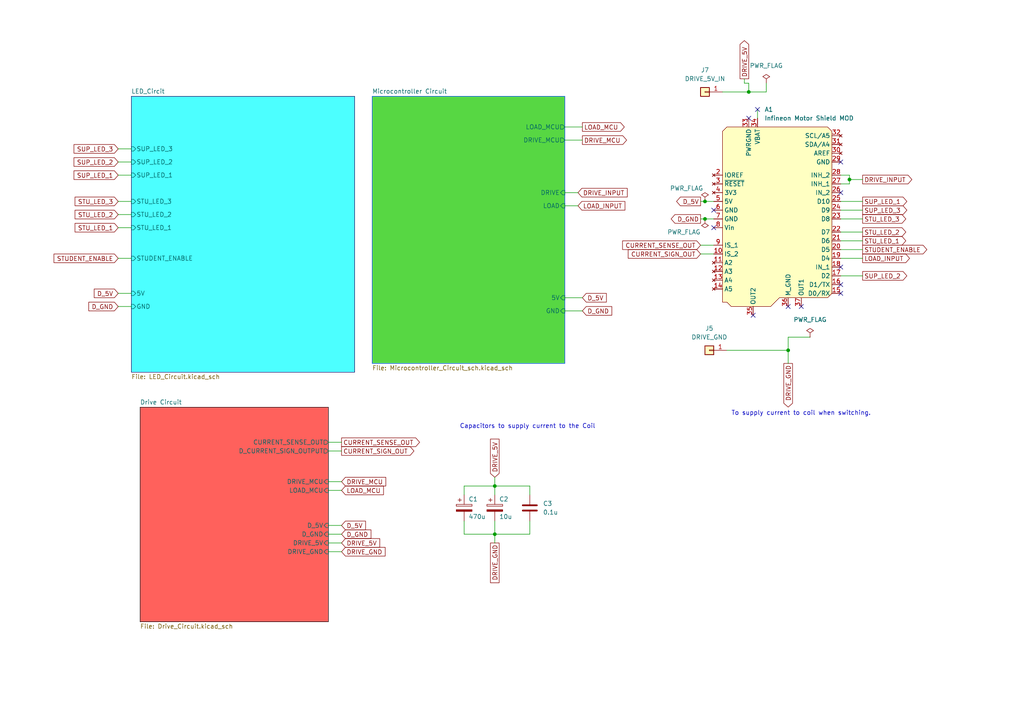
<source format=kicad_sch>
(kicad_sch (version 20211123) (generator eeschema)
  (paper "A4")
  (lib_symbols
    (symbol "000_Modules_Immo:Infineon Motor Shield MOD"
      (property "Reference" "A" (at 20.32 34.29 0))
      (property "Value" "Infineon Motor Shield MOD" (at 20.32 33.02 0))
      (symbol "Infineon Motor Shield MOD_0_1"
        (polyline (pts (xy -17.78 26.67) (xy -17.78 -22.86) (xy -16.51 -22.86) (xy -15.24 -24.13) (xy -3.81 -24.13) (xy -1.27 -21.59) (xy 12.7 -21.59) (xy 13.97 -20.32) (xy 13.97 26.67) (xy 12.7 27.94) (xy -16.51 27.94) (xy -17.78 26.67)) (fill (type background)))
      )
      (symbol "Infineon Motor Shield MOD_1_1"
        (pin no_connect line (at -20.32 16.51 0) (length 2.54) hide (name "NC") (number "1"))
        (pin input line (at -20.32 -8.89 0) (length 2.54) (name "IS_2") (number "10"))
        (pin no_connect line (at -20.32 -11.43 0) (length 2.54) (name "A2") (number "11"))
        (pin no_connect line (at -20.32 -13.97 0) (length 2.54) (name "A3") (number "12"))
        (pin no_connect line (at -20.32 -16.51 0) (length 2.54) (name "A4") (number "13"))
        (pin no_connect line (at -20.32 -19.05 0) (length 2.54) (name "A5") (number "14"))
        (pin bidirectional line (at 16.51 -20.32 180) (length 2.54) (name "D0/RX") (number "15"))
        (pin bidirectional line (at 16.51 -17.78 180) (length 2.54) (name "D1/TX") (number "16"))
        (pin bidirectional line (at 16.51 -15.24 180) (length 2.54) (name "D2") (number "17"))
        (pin bidirectional line (at 16.51 -12.7 180) (length 2.54) (name "IN_1") (number "18"))
        (pin bidirectional line (at 16.51 -10.16 180) (length 2.54) (name "D4") (number "19"))
        (pin no_connect line (at -20.32 13.97 0) (length 2.54) (name "IOREF") (number "2"))
        (pin bidirectional line (at 16.51 -7.62 180) (length 2.54) (name "D5") (number "20"))
        (pin bidirectional line (at 16.51 -5.08 180) (length 2.54) (name "D6") (number "21"))
        (pin bidirectional line (at 16.51 -2.54 180) (length 2.54) (name "D7") (number "22"))
        (pin bidirectional line (at 16.51 1.27 180) (length 2.54) (name "D8") (number "23"))
        (pin bidirectional line (at 16.51 3.81 180) (length 2.54) (name "D9") (number "24"))
        (pin bidirectional line (at 16.51 6.35 180) (length 2.54) (name "D10") (number "25"))
        (pin input line (at 16.51 8.89 180) (length 2.54) (name "IN_2") (number "26"))
        (pin input line (at 16.51 11.43 180) (length 2.54) (name "INH_1") (number "27"))
        (pin input line (at 16.51 13.97 180) (length 2.54) (name "INH_2") (number "28"))
        (pin power_in line (at 16.51 17.78 180) (length 2.54) (name "GND") (number "29"))
        (pin no_connect line (at -20.32 11.43 0) (length 2.54) (name "~{RESET}") (number "3"))
        (pin no_connect line (at 16.51 20.32 180) (length 2.54) (name "AREF") (number "30"))
        (pin no_connect line (at 16.51 22.86 180) (length 2.54) (name "SDA/A4") (number "31"))
        (pin no_connect line (at 16.51 25.4 180) (length 2.54) (name "SCL/A5") (number "32"))
        (pin power_in line (at -10.16 30.48 270) (length 2.54) (name "PWRGND") (number "33"))
        (pin power_in line (at -7.62 30.48 270) (length 2.54) (name "VBAT") (number "34"))
        (pin output line (at -8.89 -26.67 90) (length 2.54) (name "OUT2") (number "35"))
        (pin power_in line (at 1.27 -24.13 90) (length 2.54) (name "M_GND") (number "36"))
        (pin output line (at 5.08 -24.13 90) (length 2.54) (name "OUT1") (number "37"))
        (pin no_connect line (at -20.32 8.89 0) (length 2.54) (name "3V3") (number "4"))
        (pin input line (at -20.32 6.35 0) (length 2.54) (name "5V") (number "5"))
        (pin power_in line (at -20.32 3.81 0) (length 2.54) (name "GND") (number "6"))
        (pin power_in line (at -20.32 1.27 0) (length 2.54) (name "GND") (number "7"))
        (pin input line (at -20.32 -1.27 0) (length 2.54) (name "Vin") (number "8"))
        (pin input line (at -20.32 -6.35 0) (length 2.54) (name "IS_1") (number "9"))
      )
    )
    (symbol "Connector_Generic:Conn_01x01" (pin_names (offset 1.016) hide)
      (property "Reference" "J" (at 0 2.54 0))
      (property "Value" "Conn_01x01" (at 0 -2.54 0))
      (symbol "Conn_01x01_1_1"
        (rectangle (start -1.27 0.127) (end 0 -0.127) (stroke (width 0.1524)))
        (rectangle (start -1.27 1.27) (end 1.27 -1.27) (stroke (width 0.254)) (fill (type background)))
        (pin passive line (at -5.08 0 0) (length 3.81) (name "Pin_1") (number "1"))
      )
    )
    (symbol "Device:C" (pin_numbers hide) (pin_names (offset 0.254))
      (property "Reference" "C" (at 0.635 2.54 0))
      (property "Value" "C" (at 0.635 -2.54 0))
      (symbol "C_0_1"
        (polyline (pts (xy -2.032 -0.762) (xy 2.032 -0.762)) (stroke (width 0.508)))
        (polyline (pts (xy -2.032 0.762) (xy 2.032 0.762)) (stroke (width 0.508)))
      )
      (symbol "C_1_1"
        (pin passive line (at 0 3.81 270) (length 2.794) (name "~") (number "1"))
        (pin passive line (at 0 -3.81 90) (length 2.794) (name "~") (number "2"))
      )
    )
    (symbol "Device:C_Polarized" (pin_numbers hide) (pin_names (offset 0.254))
      (property "Reference" "C" (at 0.635 2.54 0))
      (property "Value" "C_Polarized" (at 0.635 -2.54 0))
      (symbol "C_Polarized_0_1"
        (rectangle (start -2.286 0.508) (end 2.286 1.016))
        (polyline (pts (xy -1.778 2.286) (xy -0.762 2.286)))
        (polyline (pts (xy -1.27 2.794) (xy -1.27 1.778)))
        (rectangle (start 2.286 -0.508) (end -2.286 -1.016) (fill (type outline)))
      )
      (symbol "C_Polarized_1_1"
        (pin passive line (at 0 3.81 270) (length 2.794) (name "~") (number "1"))
        (pin passive line (at 0 -3.81 90) (length 2.794) (name "~") (number "2"))
      )
    )
    (symbol "power:PWR_FLAG" (power) (pin_numbers hide) (pin_names (offset 0) hide)
      (property "Value" "PWR_FLAG" (at 0 3.81 0))
      (symbol "PWR_FLAG_0_0"
        (pin power_out line (at 0 0 90) (length 0) (name "pwr") (number "1"))
      )
      (symbol "PWR_FLAG_0_1"
        (polyline (pts (xy 0 0) (xy 0 1.27) (xy -1.016 1.905) (xy 0 2.54) (xy 1.016 1.905) (xy 0 1.27)))
      )
    )
  )
  (junction (at 246.38 52.07))
  (junction (at 228.6 101.6))
  (junction (at 217.17 26.67))
  (junction (at 204.47 63.5))
  (junction (at 204.47 58.42))
  (junction (at 143.51 154.94))
  (junction (at 143.51 140.97))
  (no_connect (at 243.84 55.88))
  (no_connect (at 207.01 60.96))
  (no_connect (at 243.84 46.99))
  (no_connect (at 207.01 66.04))
  (no_connect (at 243.84 82.55))
  (no_connect (at 243.84 85.09))
  (no_connect (at 243.84 77.47))
  (no_connect (at 228.6 88.9))
  (no_connect (at 219.71 31.75))
  (no_connect (at 232.41 88.9))
  (no_connect (at 218.44 91.44))
  (no_connect (at 217.17 34.29))
  (wire (pts (xy 228.6 97.79) (xy 234.95 97.79)))
  (wire (pts (xy 163.83 90.17) (xy 168.91 90.17)))
  (wire (pts (xy 243.84 69.85) (xy 250.19 69.85)))
  (wire (pts (xy 246.38 52.07) (xy 250.19 52.07)))
  (wire (pts (xy 143.51 138.43) (xy 143.51 140.97)))
  (wire (pts (xy 153.67 143.51) (xy 153.67 140.97)))
  (wire (pts (xy 95.25 128.27) (xy 99.06 128.27)))
  (wire (pts (xy 222.25 24.13) (xy 222.25 26.67)))
  (wire (pts (xy 243.84 50.8) (xy 246.38 50.8)))
  (wire (pts (xy 243.84 74.93) (xy 250.19 74.93)))
  (wire (pts (xy 163.83 40.64) (xy 168.91 40.64)))
  (wire (pts (xy 95.25 154.94) (xy 99.06 154.94)))
  (wire (pts (xy 163.83 55.88) (xy 167.64 55.88)))
  (wire (pts (xy 153.67 151.13) (xy 153.67 154.94)))
  (wire (pts (xy 246.38 50.8) (xy 246.38 52.07)))
  (wire (pts (xy 243.84 67.31) (xy 250.19 67.31)))
  (wire (pts (xy 95.25 157.48) (xy 99.06 157.48)))
  (wire (pts (xy 246.38 52.07) (xy 246.38 53.34)))
  (wire (pts (xy 203.2 71.12) (xy 207.01 71.12)))
  (wire (pts (xy 134.62 140.97) (xy 143.51 140.97)))
  (wire (pts (xy 217.17 26.67) (xy 222.25 26.67)))
  (wire (pts (xy 203.2 63.5) (xy 204.47 63.5)))
  (wire (pts (xy 215.9 22.86) (xy 215.9 24.13)))
  (wire (pts (xy 34.29 46.99) (xy 38.1 46.99)))
  (wire (pts (xy 243.84 60.96) (xy 250.19 60.96)))
  (wire (pts (xy 204.47 58.42) (xy 207.01 58.42)))
  (wire (pts (xy 209.55 26.67) (xy 217.17 26.67)))
  (wire (pts (xy 134.62 154.94) (xy 143.51 154.94)))
  (wire (pts (xy 95.25 142.24) (xy 99.06 142.24)))
  (wire (pts (xy 143.51 154.94) (xy 143.51 157.48)))
  (wire (pts (xy 143.51 140.97) (xy 143.51 143.51)))
  (wire (pts (xy 143.51 154.94) (xy 153.67 154.94)))
  (wire (pts (xy 243.84 58.42) (xy 250.19 58.42)))
  (wire (pts (xy 203.2 73.66) (xy 207.01 73.66)))
  (wire (pts (xy 204.47 63.5) (xy 207.01 63.5)))
  (wire (pts (xy 219.71 31.75) (xy 219.71 34.29)))
  (wire (pts (xy 243.84 53.34) (xy 246.38 53.34)))
  (wire (pts (xy 153.67 140.97) (xy 143.51 140.97)))
  (wire (pts (xy 228.6 101.6) (xy 228.6 105.41)))
  (wire (pts (xy 34.29 50.8) (xy 38.1 50.8)))
  (wire (pts (xy 134.62 151.13) (xy 134.62 154.94)))
  (wire (pts (xy 34.29 43.18) (xy 38.1 43.18)))
  (wire (pts (xy 95.25 139.7) (xy 99.06 139.7)))
  (wire (pts (xy 217.17 24.13) (xy 217.17 26.67)))
  (wire (pts (xy 143.51 151.13) (xy 143.51 154.94)))
  (wire (pts (xy 34.29 66.04) (xy 38.1 66.04)))
  (wire (pts (xy 203.2 58.42) (xy 204.47 58.42)))
  (wire (pts (xy 34.29 74.93) (xy 38.1 74.93)))
  (wire (pts (xy 95.25 160.02) (xy 99.06 160.02)))
  (wire (pts (xy 95.25 130.81) (xy 99.06 130.81)))
  (wire (pts (xy 210.82 101.6) (xy 228.6 101.6)))
  (wire (pts (xy 34.29 62.23) (xy 38.1 62.23)))
  (wire (pts (xy 243.84 72.39) (xy 250.19 72.39)))
  (wire (pts (xy 134.62 143.51) (xy 134.62 140.97)))
  (wire (pts (xy 163.83 59.69) (xy 167.64 59.69)))
  (wire (pts (xy 34.29 58.42) (xy 38.1 58.42)))
  (wire (pts (xy 215.9 24.13) (xy 217.17 24.13)))
  (wire (pts (xy 163.83 36.83) (xy 168.91 36.83)))
  (wire (pts (xy 95.25 152.4) (xy 99.06 152.4)))
  (wire (pts (xy 163.83 86.36) (xy 168.91 86.36)))
  (wire (pts (xy 34.29 88.9) (xy 38.1 88.9)))
  (wire (pts (xy 243.84 80.01) (xy 250.19 80.01)))
  (wire (pts (xy 228.6 97.79) (xy 228.6 101.6)))
  (wire (pts (xy 243.84 63.5) (xy 250.19 63.5)))
  (wire (pts (xy 34.29 85.09) (xy 38.1 85.09)))
  (text "Capacitors to supply current to the Coil" (at 172.72 124.46 180) (effects (font (size 1.27 1.27)) (justify right bottom)))
  (text "To supply current to coil when switching." (at 212.09 120.65 0) (effects (font (size 1.27 1.27)) (justify left bottom)))
  (global_label "LOAD_MCU" (shape output) (at 168.91 36.83 0) (property "Intersheet References" "${INTERSHEET_REFS}" (effects hide)))
  (global_label "DRIVE_GND" (shape output) (at 228.6 105.41 270) (property "Intersheet References" "${INTERSHEET_REFS}" (effects hide)))
  (global_label "STU_LED_2" (shape output) (at 250.19 67.31 0) (property "Intersheet References" "${INTERSHEET_REFS}" (effects hide)))
  (global_label "CURRENT_SIGN_OUT" (shape output) (at 99.06 130.81 0) (property "Intersheet References" "${INTERSHEET_REFS}" (effects hide)))
  (global_label "CURRENT_SIGN_OUT" (shape input) (at 203.2 73.66 180) (property "Intersheet References" "${INTERSHEET_REFS}" (effects hide)))
  (global_label "DRIVE_5V" (shape output) (at 215.9 22.86 90) (property "Intersheet References" "${INTERSHEET_REFS}" (effects hide)))
  (global_label "D_GND" (shape input) (at 99.06 154.94 0) (property "Intersheet References" "${INTERSHEET_REFS}" (effects hide)))
  (global_label "LOAD_INPUT" (shape input) (at 167.64 59.69 0) (property "Intersheet References" "${INTERSHEET_REFS}" (effects hide)))
  (global_label "DRIVE_5V" (shape input) (at 99.06 157.48 0) (property "Intersheet References" "${INTERSHEET_REFS}" (effects hide)))
  (global_label "DRIVE_MCU" (shape input) (at 99.06 139.7 0) (property "Intersheet References" "${INTERSHEET_REFS}" (effects hide)))
  (global_label "SUP_LED_1" (shape output) (at 250.19 58.42 0) (property "Intersheet References" "${INTERSHEET_REFS}" (effects hide)))
  (global_label "CURRENT_SENSE_OUT" (shape output) (at 99.06 128.27 0) (property "Intersheet References" "${INTERSHEET_REFS}" (effects hide)))
  (global_label "D_5V" (shape input) (at 168.91 86.36 0) (property "Intersheet References" "${INTERSHEET_REFS}" (effects hide)))
  (global_label "STU_LED_3" (shape output) (at 250.19 63.5 0) (property "Intersheet References" "${INTERSHEET_REFS}" (effects hide)))
  (global_label "D_GND" (shape input) (at 168.91 90.17 0) (property "Intersheet References" "${INTERSHEET_REFS}" (effects hide)))
  (global_label "DRIVE_INPUT" (shape output) (at 250.19 52.07 0) (property "Intersheet References" "${INTERSHEET_REFS}" (effects hide)))
  (global_label "D_GND" (shape input) (at 34.29 88.9 180) (property "Intersheet References" "${INTERSHEET_REFS}" (effects hide)))
  (global_label "SUP_LED_3" (shape input) (at 34.29 43.18 180) (property "Intersheet References" "${INTERSHEET_REFS}" (effects hide)))
  (global_label "CURRENT_SENSE_OUT" (shape input) (at 203.2 71.12 180) (property "Intersheet References" "${INTERSHEET_REFS}" (effects hide)))
  (global_label "D_GND" (shape output) (at 203.2 63.5 180) (property "Intersheet References" "${INTERSHEET_REFS}" (effects hide)))
  (global_label "LOAD_INPUT" (shape output) (at 250.19 74.93 0) (property "Intersheet References" "${INTERSHEET_REFS}" (effects hide)))
  (global_label "SUP_LED_2" (shape output) (at 250.19 80.01 0) (property "Intersheet References" "${INTERSHEET_REFS}" (effects hide)))
  (global_label "D_5V" (shape output) (at 203.2 58.42 180) (property "Intersheet References" "${INTERSHEET_REFS}" (effects hide)))
  (global_label "SUP_LED_3" (shape output) (at 250.19 60.96 0) (property "Intersheet References" "${INTERSHEET_REFS}" (effects hide)))
  (global_label "DRIVE_MCU" (shape output) (at 168.91 40.64 0) (property "Intersheet References" "${INTERSHEET_REFS}" (effects hide)))
  (global_label "DRIVE_GND" (shape input) (at 99.06 160.02 0) (property "Intersheet References" "${INTERSHEET_REFS}" (effects hide)))
  (global_label "STUDENT_ENABLE" (shape input) (at 34.29 74.93 180) (property "Intersheet References" "${INTERSHEET_REFS}" (effects hide)))
  (global_label "SUP_LED_2" (shape input) (at 34.29 46.99 180) (property "Intersheet References" "${INTERSHEET_REFS}" (effects hide)))
  (global_label "STU_LED_2" (shape input) (at 34.29 62.23 180) (property "Intersheet References" "${INTERSHEET_REFS}" (effects hide)))
  (global_label "STUDENT_ENABLE" (shape output) (at 250.19 72.39 0) (property "Intersheet References" "${INTERSHEET_REFS}" (effects hide)))
  (global_label "D_5V" (shape input) (at 99.06 152.4 0) (property "Intersheet References" "${INTERSHEET_REFS}" (effects hide)))
  (global_label "STU_LED_1" (shape output) (at 250.19 69.85 0) (property "Intersheet References" "${INTERSHEET_REFS}" (effects hide)))
  (global_label "STU_LED_3" (shape input) (at 34.29 58.42 180) (property "Intersheet References" "${INTERSHEET_REFS}" (effects hide)))
  (global_label "STU_LED_1" (shape input) (at 34.29 66.04 180) (property "Intersheet References" "${INTERSHEET_REFS}" (effects hide)))
  (global_label "LOAD_MCU" (shape input) (at 99.06 142.24 0) (property "Intersheet References" "${INTERSHEET_REFS}" (effects hide)))
  (global_label "DRIVE_GND" (shape passive) (at 143.51 157.48 270) (property "Intersheet References" "${INTERSHEET_REFS}" (effects hide)))
  (global_label "D_5V" (shape input) (at 34.29 85.09 180) (property "Intersheet References" "${INTERSHEET_REFS}" (effects hide)))
  (global_label "SUP_LED_1" (shape input) (at 34.29 50.8 180) (property "Intersheet References" "${INTERSHEET_REFS}" (effects hide)))
  (global_label "DRIVE_5V" (shape input) (at 143.51 138.43 90) (property "Intersheet References" "${INTERSHEET_REFS}" (effects hide)))
  (global_label "DRIVE_INPUT" (shape input) (at 167.64 55.88 0) (property "Intersheet References" "${INTERSHEET_REFS}" (effects hide)))
  (symbol (lib_id "Connector_Generic:Conn_01x01") (at 205.74 101.6 0) (mirror y) (unit 1)
    (property "Reference" "J5" (at 205.74 95.25 0))
    (property "Value" "DRIVE_GND" (at 205.74 97.79 0))
    (property "Footprint" "Connector_Pin:Pin_D1.3mm_L11.0mm" (effects hide))
  )
  (symbol (lib_id "Connector_Generic:Conn_01x01") (at 204.47 26.67 0) (mirror y) (unit 1)
    (property "Reference" "J7" (at 204.47 20.32 0))
    (property "Value" "DRIVE_5V_IN" (at 204.47 22.86 0))
    (property "Footprint" "Connector_Pin:Pin_D1.3mm_L11.0mm" (effects hide))
  )
  (symbol (lib_id "Device:C_Polarized") (at 143.51 147.32 0) (unit 1)
    (property "Reference" "C2" (at 144.78 144.78 0) (effects (justify left)))
    (property "Value" "10u" (at 144.78 149.86 0) (effects (justify left)))
    (property "Footprint" "Capacitor_SMD:CP_Elec_3x5.3" (effects hide))
  )
  (symbol (lib_id "power:PWR_FLAG") (at 234.95 97.79 0) (unit 1)
    (property "Reference" "#FLG0102" (effects hide))
    (property "Value" "PWR_FLAG" (at 234.95 92.71 0))
  )
  (symbol (lib_id "power:PWR_FLAG") (at 222.25 24.13 0) (unit 1)
    (property "Reference" "#FLG0101" (effects hide))
    (property "Value" "PWR_FLAG" (at 222.25 19.05 0))
  )
  (symbol (lib_id "Device:C_Polarized") (at 134.62 147.32 0) (unit 1)
    (property "Reference" "C1" (at 135.89 144.78 0) (effects (justify left)))
    (property "Value" "470u" (at 135.89 149.86 0) (effects (justify left)))
    (property "Footprint" "Capacitor_SMD:C_Elec_8x10.2" (effects hide))
  )
  (symbol (lib_id "Device:C") (at 153.67 147.32 0) (unit 1)
    (property "Reference" "C3" (at 157.48 146.0499 0) (effects (justify left)))
    (property "Value" "0.1u" (at 157.48 148.5899 0) (effects (justify left)))
    (property "Footprint" "Capacitor_SMD:C_0805_2012Metric_Pad1.18x1.45mm_HandSolder" (effects hide))
  )
  (symbol (lib_id "000_Modules_Immo:Infineon Motor Shield MOD") (at 227.33 64.77 0) (unit 1)
    (property "Reference" "A1" (at 221.7294 31.75 0) (effects (justify left)))
    (property "Value" "Infineon Motor Shield MOD" (at 221.7294 34.29 0) (effects (justify left)))
    (property "Footprint" "Audio_Module:Infineon Motor Sheild hiddenPins" (effects hide))
    (property "Datasheet" "https://docs.rs-online.com/91cb/0900766b81490d99.pdf" (effects hide))
  )
  (symbol (lib_id "power:PWR_FLAG") (at 204.47 58.42 0) (mirror y) (unit 1)
    (property "Reference" "#FLG0104" (effects hide))
    (property "Value" "PWR_FLAG" (at 194.31 54.61 0) (effects (justify right)))
  )
  (symbol (lib_id "power:PWR_FLAG") (at 204.47 63.5 0) (mirror x) (unit 1)
    (property "Reference" "#FLG0103" (effects hide))
    (property "Value" "PWR_FLAG" (at 203.2 67.31 0) (effects (justify right)))
  )
  (sheet (at 38.1 27.94) (size 64.77 80.01) (stroke (width 0.1524) (color 36 6 99 1)) (fill (color 76 255 255 1.0000))
    (property "Sheet name" "LED_Circit" (at 38.1 27.2284 0) (effects (justify left bottom)))
    (property "Sheet file" "LED_Circuit.kicad_sch" (at 38.1 108.5346 0) (effects (justify left top)))
    (pin "GND" input (at 38.1 88.9 180))
    (pin "5V" input (at 38.1 85.09 180))
    (pin "STUDENT_ENABLE" input (at 38.1 74.93 180))
    (pin "STU_LED_1" input (at 38.1 66.04 180))
    (pin "STU_LED_2" input (at 38.1 62.23 180))
    (pin "SUP_LED_1" input (at 38.1 50.8 180))
    (pin "SUP_LED_2" input (at 38.1 46.99 180))
    (pin "SUP_LED_3" input (at 38.1 43.18 180))
    (pin "STU_LED_3" input (at 38.1 58.42 180))
  )
  (sheet (at 40.64 118.11) (size 54.61 62.23) (stroke (width 0.1524) (color 4 0 8 1)) (fill (color 255 97 92 1.0000))
    (property "Sheet name" "Drive Circuit" (at 40.64 117.3984 0) (effects (justify left bottom)))
    (property "Sheet file" "Drive_Circuit.kicad_sch" (at 40.64 180.9246 0) (effects (justify left top)))
    (pin "CURRENT_SENSE_OUT" output (at 95.25 128.27 0))
    (pin "DRIVE_GND" input (at 95.25 160.02 0))
    (pin "DRIVE_5V" input (at 95.25 157.48 0))
    (pin "DRIVE_MCU" input (at 95.25 139.7 0))
    (pin "LOAD_MCU" input (at 95.25 142.24 0))
    (pin "D_GND" input (at 95.25 154.94 0))
    (pin "D_CURRENT_SIGN_OUTPUT" output (at 95.25 130.81 0))
    (pin "D_5V" input (at 95.25 152.4 0))
  )
  (sheet (at 107.95 27.94) (size 55.88 77.47) (stroke (width 0.1524) (color 0 70 255 1)) (fill (color 87 215 67 1.0000))
    (property "Sheet name" "Microcontroller Circuit" (at 107.95 27.2284 0) (effects (justify left bottom)))
    (property "Sheet file" "Microcontroller_Circuit_sch.kicad_sch" (at 107.95 105.9946 0) (effects (justify left top)))
    (pin "5V" input (at 163.83 86.36 0))
    (pin "GND" input (at 163.83 90.17 0))
    (pin "LOAD" input (at 163.83 59.69 0))
    (pin "LOAD_MCU" output (at 163.83 36.83 0))
    (pin "DRIVE_MCU" output (at 163.83 40.64 0))
    (pin "DRIVE" input (at 163.83 55.88 0))
  )
)
</source>
